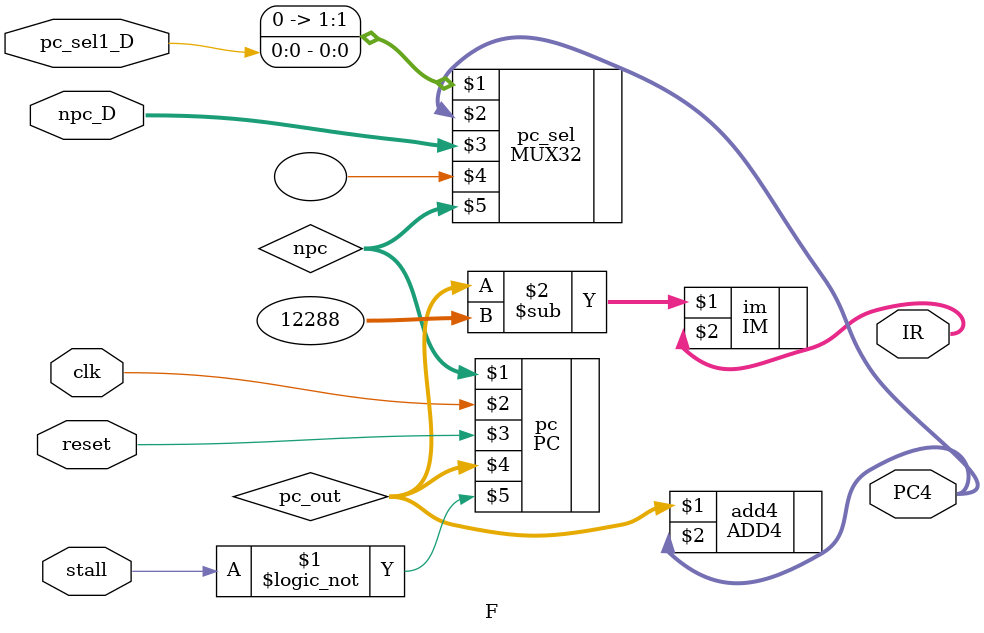
<source format=v>
`timescale 1ns / 1ps
module F(
    input pc_sel1_D,
    input clk,
    input reset,
    input [31:0] npc_D,
    output [31:0] PC4,
    output [31:0] IR,
	 input stall
    );
	wire [31:0] npc,pc_out;
	
	PC pc(npc,clk,reset,pc_out,!stall );
	
	ADD4 add4(pc_out,PC4);
	
	IM im(pc_out-32'h00003000,IR);
	
	MUX32 pc_sel({1'b0,pc_sel1_D},PC4,npc_D,,npc);

endmodule

</source>
